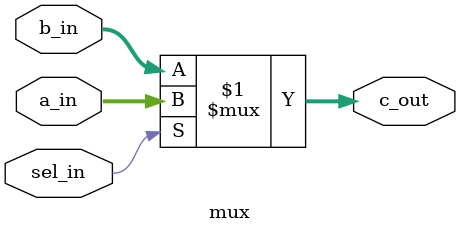
<source format=sv>
module mux
  #(
    parameter WIDTH = 32
  )(
    input logic               sel_in,
    input logic   [WIDTH-1:0] a_in,
    input logic   [WIDTH-1:0] b_in,
    output logic  [WIDTH-1:0] c_out
  );

  assign c_out = sel_in ? a_in : b_in;

endmodule

</source>
